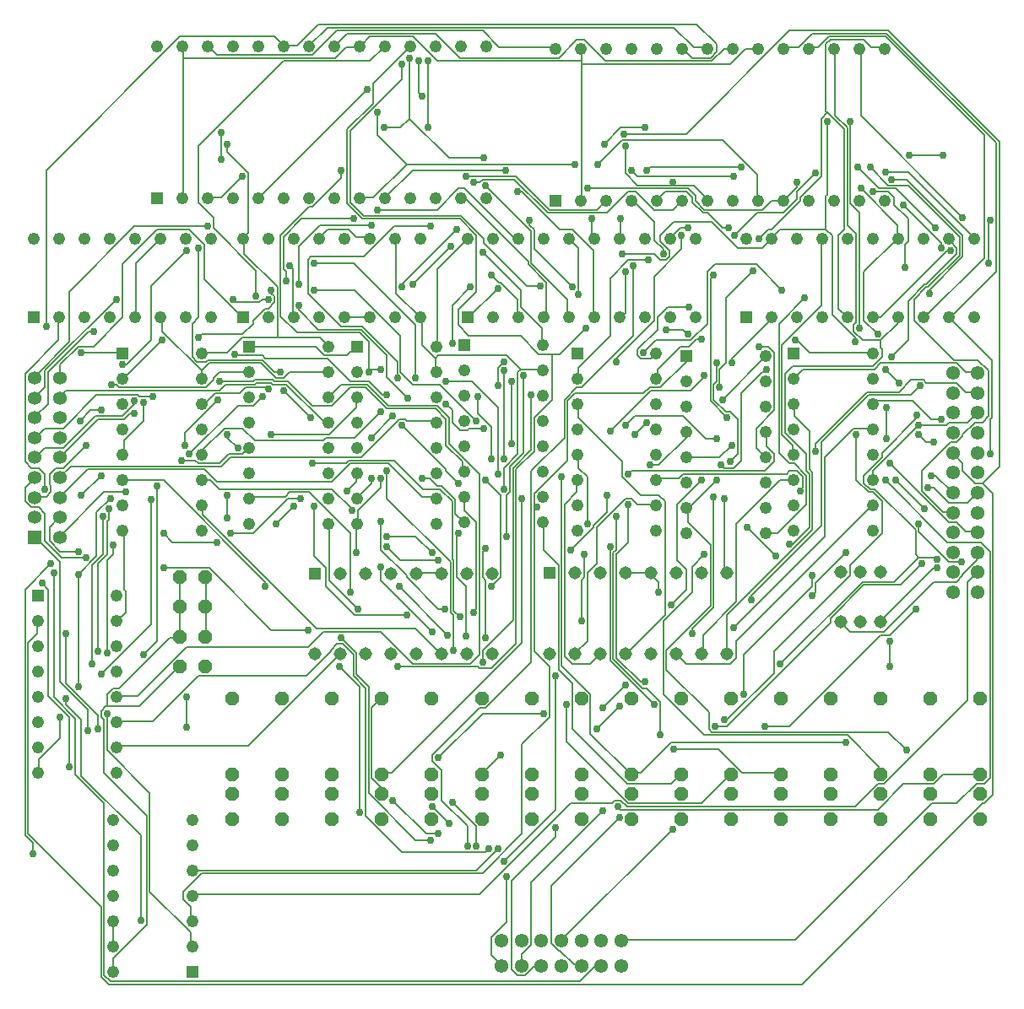
<source format=gbr>
G04 EAGLE Gerber RS-274X export*
G75*
%MOMM*%
%FSLAX34Y34*%
%LPD*%
%INBottom Copper*%
%IPPOS*%
%AMOC8*
5,1,8,0,0,1.08239X$1,22.5*%
G01*
%ADD10R,1.238000X1.238000*%
%ADD11C,1.238000*%
%ADD12R,1.308000X1.308000*%
%ADD13C,1.308000*%
%ADD14R,1.358000X1.358000*%
%ADD15C,1.358000*%
%ADD16C,1.381000*%
%ADD17R,1.216000X1.216000*%
%ADD18C,1.216000*%
%ADD19P,1.429621X8X292.500000*%
%ADD20P,1.429621X8X202.500000*%
%ADD21C,0.152400*%
%ADD22C,0.756400*%


D10*
X675300Y651500D03*
D11*
X675300Y626100D03*
X675300Y600700D03*
X675300Y575300D03*
X675300Y549900D03*
X675300Y524500D03*
X675300Y499100D03*
X675300Y473700D03*
X754700Y473700D03*
X754700Y499100D03*
X754700Y524500D03*
X754700Y549900D03*
X754700Y575300D03*
X754700Y600700D03*
X754700Y626100D03*
X754700Y651500D03*
D10*
X237100Y661500D03*
D11*
X237100Y636100D03*
X237100Y610700D03*
X237100Y585300D03*
X237100Y559900D03*
X237100Y534500D03*
X237100Y509100D03*
X237100Y483700D03*
X316500Y483700D03*
X316500Y509100D03*
X316500Y534500D03*
X316500Y559900D03*
X316500Y585300D03*
X316500Y610700D03*
X316500Y636100D03*
X316500Y661500D03*
D10*
X452280Y662780D03*
D11*
X452280Y637380D03*
X452280Y611980D03*
X452280Y586580D03*
X452280Y561180D03*
X452280Y535780D03*
X452280Y510380D03*
X452280Y484980D03*
X531680Y484980D03*
X531680Y510380D03*
X531680Y535780D03*
X531680Y561180D03*
X531680Y586580D03*
X531680Y611980D03*
X531680Y637380D03*
X531680Y662780D03*
D10*
X345000Y661500D03*
D11*
X345000Y636100D03*
X345000Y610700D03*
X345000Y585300D03*
X345000Y559900D03*
X345000Y534500D03*
X345000Y509100D03*
X345000Y483700D03*
X424400Y483700D03*
X424400Y509100D03*
X424400Y534500D03*
X424400Y559900D03*
X424400Y585300D03*
X424400Y610700D03*
X424400Y636100D03*
X424400Y661500D03*
D10*
X782800Y654700D03*
D11*
X782800Y629300D03*
X782800Y603900D03*
X782800Y578500D03*
X782800Y553100D03*
X782800Y527700D03*
X782800Y502300D03*
X782800Y476900D03*
X862200Y476900D03*
X862200Y502300D03*
X862200Y527700D03*
X862200Y553100D03*
X862200Y578500D03*
X862200Y603900D03*
X862200Y629300D03*
X862200Y654700D03*
D10*
X24700Y411500D03*
D11*
X24700Y386100D03*
X24700Y360700D03*
X24700Y335300D03*
X24700Y309900D03*
X24700Y284500D03*
X24700Y259100D03*
X24700Y233700D03*
X104100Y233700D03*
X104100Y259100D03*
X104100Y284500D03*
X104100Y309900D03*
X104100Y335300D03*
X104100Y360700D03*
X104100Y386100D03*
X104100Y411500D03*
D10*
X565800Y654700D03*
D11*
X565800Y629300D03*
X565800Y603900D03*
X565800Y578500D03*
X565800Y553100D03*
X565800Y527700D03*
X565800Y502300D03*
X565800Y476900D03*
X645200Y476900D03*
X645200Y502300D03*
X645200Y527700D03*
X645200Y553100D03*
X645200Y578500D03*
X645200Y603900D03*
X645200Y629300D03*
X645200Y654700D03*
D10*
X109800Y654700D03*
D11*
X109800Y629300D03*
X109800Y603900D03*
X109800Y578500D03*
X109800Y553100D03*
X109800Y527700D03*
X109800Y502300D03*
X109800Y476900D03*
X189200Y476900D03*
X189200Y502300D03*
X189200Y527700D03*
X189200Y553100D03*
X189200Y578500D03*
X189200Y603900D03*
X189200Y629300D03*
X189200Y654700D03*
D12*
X538100Y433900D03*
D13*
X563500Y433900D03*
X588900Y433900D03*
X614300Y433900D03*
X639700Y433900D03*
X665100Y433900D03*
X690500Y433900D03*
X715900Y433900D03*
X715900Y352900D03*
X690500Y352900D03*
X665100Y352900D03*
X639700Y352900D03*
X614300Y352900D03*
X588900Y352900D03*
X563500Y352900D03*
X538100Y352900D03*
D12*
X302470Y433490D03*
D13*
X327870Y433490D03*
X353270Y433490D03*
X378670Y433490D03*
X404070Y433490D03*
X429470Y433490D03*
X454870Y433490D03*
X480270Y433490D03*
X480270Y352490D03*
X454870Y352490D03*
X429470Y352490D03*
X404070Y352490D03*
X378670Y352490D03*
X353270Y352490D03*
X327870Y352490D03*
X302470Y352490D03*
D14*
X21800Y469800D03*
D15*
X46800Y469800D03*
X21800Y489800D03*
X46800Y489800D03*
X21800Y509800D03*
X46800Y509800D03*
X21800Y529800D03*
X46800Y529800D03*
X21800Y549800D03*
X46800Y549800D03*
X21800Y569800D03*
X46800Y569800D03*
X21800Y589800D03*
X46800Y589800D03*
X21800Y609800D03*
X46800Y609800D03*
X21800Y629800D03*
X46800Y629800D03*
D16*
X967700Y634700D03*
X942700Y634700D03*
X967700Y614700D03*
X942700Y614700D03*
X967700Y594700D03*
X942700Y594700D03*
X967700Y574700D03*
X942700Y574700D03*
X967700Y554700D03*
X942700Y554700D03*
X967700Y534700D03*
X942700Y534700D03*
X967700Y514700D03*
X942700Y514700D03*
X967700Y494700D03*
X942700Y494700D03*
X967700Y474700D03*
X942700Y474700D03*
X967700Y454700D03*
X942700Y454700D03*
X967700Y434700D03*
X942700Y434700D03*
X967700Y414700D03*
X942700Y414700D03*
D17*
X544400Y807900D03*
D18*
X569800Y807900D03*
X595200Y807900D03*
X620600Y807900D03*
X646000Y807900D03*
X671400Y807900D03*
X696800Y807900D03*
X722200Y807900D03*
X747600Y807900D03*
X773000Y807900D03*
X798400Y807900D03*
X823800Y807900D03*
X849200Y807900D03*
X874600Y807900D03*
X874600Y960300D03*
X849200Y960300D03*
X823800Y960300D03*
X798400Y960300D03*
X773000Y960300D03*
X747600Y960300D03*
X722200Y960300D03*
X696800Y960300D03*
X671400Y960300D03*
X646000Y960300D03*
X620600Y960300D03*
X595200Y960300D03*
X569800Y960300D03*
X544400Y960300D03*
D17*
X144400Y810100D03*
D18*
X169800Y810100D03*
X195200Y810100D03*
X220600Y810100D03*
X246000Y810100D03*
X271400Y810100D03*
X296800Y810100D03*
X322200Y810100D03*
X347600Y810100D03*
X373000Y810100D03*
X398400Y810100D03*
X423800Y810100D03*
X449200Y810100D03*
X474600Y810100D03*
X474600Y962500D03*
X449200Y962500D03*
X423800Y962500D03*
X398400Y962500D03*
X373000Y962500D03*
X347600Y962500D03*
X322200Y962500D03*
X296800Y962500D03*
X271400Y962500D03*
X246000Y962500D03*
X220600Y962500D03*
X195200Y962500D03*
X169800Y962500D03*
X144400Y962500D03*
D16*
X610000Y40000D03*
X590000Y40000D03*
X570000Y40000D03*
X550000Y40000D03*
X530000Y40000D03*
X510000Y40000D03*
X490000Y40000D03*
X610000Y65000D03*
X590000Y65000D03*
X570000Y65000D03*
X550000Y65000D03*
X530000Y65000D03*
X510000Y65000D03*
X490000Y65000D03*
D10*
X179700Y33800D03*
D11*
X179700Y59200D03*
X179700Y84600D03*
X179700Y110000D03*
X179700Y135400D03*
X179700Y160800D03*
X179700Y186200D03*
X100300Y186200D03*
X100300Y160800D03*
X100300Y135400D03*
X100300Y110000D03*
X100300Y84600D03*
X100300Y59200D03*
X100300Y33800D03*
D10*
X231100Y690300D03*
D11*
X256500Y690300D03*
X281900Y690300D03*
X307300Y690300D03*
X332700Y690300D03*
X358100Y690300D03*
X383500Y690300D03*
X408900Y690300D03*
X408900Y769700D03*
X383500Y769700D03*
X358100Y769700D03*
X332700Y769700D03*
X307300Y769700D03*
X281900Y769700D03*
X256500Y769700D03*
X231100Y769700D03*
D10*
X21100Y690300D03*
D11*
X46500Y690300D03*
X71900Y690300D03*
X97300Y690300D03*
X122700Y690300D03*
X148100Y690300D03*
X173500Y690300D03*
X198900Y690300D03*
X198900Y769700D03*
X173500Y769700D03*
X148100Y769700D03*
X122700Y769700D03*
X97300Y769700D03*
X71900Y769700D03*
X46500Y769700D03*
X21100Y769700D03*
D10*
X455700Y690300D03*
D11*
X481100Y690300D03*
X506500Y690300D03*
X531900Y690300D03*
X557300Y690300D03*
X582700Y690300D03*
X608100Y690300D03*
X633500Y690300D03*
X658900Y690300D03*
X684300Y690300D03*
X684300Y769700D03*
X658900Y769700D03*
X633500Y769700D03*
X608100Y769700D03*
X582700Y769700D03*
X557300Y769700D03*
X531900Y769700D03*
X506500Y769700D03*
X481100Y769700D03*
X455700Y769700D03*
D10*
X735700Y690300D03*
D11*
X761100Y690300D03*
X786500Y690300D03*
X811900Y690300D03*
X837300Y690300D03*
X862700Y690300D03*
X888100Y690300D03*
X913500Y690300D03*
X938900Y690300D03*
X964300Y690300D03*
X964300Y769700D03*
X938900Y769700D03*
X913500Y769700D03*
X888100Y769700D03*
X862700Y769700D03*
X837300Y769700D03*
X811900Y769700D03*
X786500Y769700D03*
X761100Y769700D03*
X735700Y769700D03*
D13*
X830000Y385000D03*
X850000Y385000D03*
X870000Y385000D03*
X830000Y435000D03*
X850000Y435000D03*
X870000Y435000D03*
D19*
X920000Y212700D03*
X920000Y187300D03*
X870000Y212700D03*
X870000Y187300D03*
X820000Y212700D03*
X820000Y187300D03*
X770000Y212700D03*
X770000Y187300D03*
X720000Y212700D03*
X720000Y187300D03*
X670000Y212700D03*
X670000Y187300D03*
X620000Y212700D03*
X620000Y187300D03*
X570000Y212700D03*
X570000Y187300D03*
X520000Y212700D03*
X520000Y187300D03*
X470000Y212700D03*
X470000Y187300D03*
X420000Y212700D03*
X420000Y187300D03*
X370000Y212700D03*
X370000Y187300D03*
X320000Y212700D03*
X320000Y187300D03*
X270000Y212700D03*
X270000Y187300D03*
X220000Y212700D03*
X220000Y187300D03*
X970000Y212700D03*
X970000Y187300D03*
X920000Y308100D03*
X920000Y231900D03*
X870000Y308100D03*
X870000Y231900D03*
X820000Y308100D03*
X820000Y231900D03*
X770000Y308100D03*
X770000Y231900D03*
X720000Y308100D03*
X720000Y231900D03*
X670000Y308100D03*
X670000Y231900D03*
X620000Y308100D03*
X620000Y231900D03*
X570000Y308100D03*
X570000Y231900D03*
X520000Y308100D03*
X520000Y231900D03*
X470000Y308100D03*
X470000Y231900D03*
X420000Y308100D03*
X420000Y231900D03*
X370000Y308100D03*
X370000Y231900D03*
X320000Y308100D03*
X320000Y231900D03*
X270000Y308100D03*
X270000Y231900D03*
X220000Y308100D03*
X220000Y231900D03*
X970000Y308100D03*
X970000Y231900D03*
D20*
X192700Y340000D03*
X167300Y340000D03*
X192700Y370000D03*
X167300Y370000D03*
X192700Y400000D03*
X167300Y400000D03*
X192700Y430000D03*
X167300Y430000D03*
D21*
X955548Y635508D02*
X966216Y635508D01*
X955548Y635508D02*
X946404Y644652D01*
X870204Y644652D01*
X864108Y638556D01*
X792480Y638556D01*
X783336Y629412D01*
X966216Y635508D02*
X967700Y634700D01*
X783336Y629412D02*
X782800Y629300D01*
X781812Y562356D02*
X781812Y553212D01*
X781812Y562356D02*
X771144Y573024D01*
X771144Y662940D01*
X810768Y702564D01*
X810768Y769620D01*
X782800Y553100D02*
X781812Y553212D01*
X810768Y769620D02*
X811900Y769700D01*
X955548Y615696D02*
X966216Y615696D01*
X955548Y615696D02*
X946404Y624840D01*
X915924Y624840D01*
X912876Y627888D01*
X900684Y627888D01*
X888492Y615696D01*
X856488Y615696D01*
X804672Y563880D01*
X804672Y556260D01*
X966216Y615696D02*
X967700Y614700D01*
D22*
X804672Y556260D03*
D21*
X862584Y536448D02*
X862584Y528828D01*
X862584Y536448D02*
X908304Y582168D01*
X935736Y582168D01*
X938784Y585216D01*
X957072Y585216D01*
X966216Y594360D01*
X862584Y528828D02*
X862200Y527700D01*
X966216Y594360D02*
X967700Y594700D01*
D22*
X908304Y582168D03*
D21*
X920496Y588264D02*
X931164Y588264D01*
X920496Y588264D02*
X902208Y606552D01*
X864108Y606552D01*
X862584Y605028D01*
X862200Y603900D01*
D22*
X931164Y588264D03*
D21*
X566928Y629412D02*
X566928Y640080D01*
X598932Y672084D01*
X598932Y729996D01*
X617220Y748284D01*
X637032Y748284D01*
X850392Y819912D02*
X886968Y783336D01*
X886968Y771144D01*
X566928Y629412D02*
X565800Y629300D01*
X886968Y771144D02*
X888100Y769700D01*
X915924Y565404D02*
X923544Y565404D01*
X915924Y565404D02*
X908304Y573024D01*
X888492Y624840D02*
X874776Y638556D01*
X867156Y673608D02*
X853440Y687324D01*
X853440Y736092D01*
X886968Y769620D01*
X888100Y769700D01*
D22*
X637032Y748284D03*
X850392Y819912D03*
X923544Y565404D03*
X908304Y573024D03*
X888492Y624840D03*
X874776Y638556D03*
X867156Y673608D03*
D21*
X566928Y551688D02*
X566928Y539496D01*
X576072Y530352D01*
X576072Y483108D01*
X598932Y460248D02*
X598932Y345948D01*
X643128Y301752D01*
X769620Y342900D02*
X851916Y425196D01*
X883920Y425196D01*
X908304Y449580D01*
X925068Y449580D01*
X926592Y448056D01*
X566928Y551688D02*
X565800Y553100D01*
X906780Y589788D02*
X906780Y592836D01*
X906780Y589788D02*
X871728Y554736D01*
X871728Y550164D01*
X853440Y531876D01*
X853440Y524256D01*
X859536Y518160D01*
X864108Y518160D01*
X905256Y477012D01*
X905256Y452628D01*
X908304Y449580D01*
D22*
X576072Y483108D03*
X598932Y460248D03*
X643128Y301752D03*
X769620Y342900D03*
X926592Y448056D03*
X906780Y592836D03*
D21*
X667512Y528828D02*
X646176Y528828D01*
X667512Y528828D02*
X672084Y533400D01*
X775716Y533400D01*
X778764Y536448D01*
X786384Y536448D01*
X792480Y530352D01*
X792480Y519684D01*
X789432Y516636D01*
X917448Y519684D02*
X923544Y519684D01*
X938784Y504444D01*
X957072Y504444D01*
X966216Y513588D01*
X646176Y528828D02*
X645200Y527700D01*
X966216Y513588D02*
X967700Y514700D01*
X940308Y766572D02*
X940308Y769620D01*
X940308Y766572D02*
X946404Y760476D01*
X946404Y754380D01*
X915924Y723900D01*
X914400Y723900D01*
X897636Y707136D01*
X897636Y667512D01*
X880872Y650748D01*
X938900Y769700D02*
X940308Y769620D01*
D22*
X789432Y516636D03*
X917448Y519684D03*
X880872Y650748D03*
D21*
X746760Y795528D02*
X723900Y772668D01*
X746760Y795528D02*
X772668Y795528D01*
X786384Y809244D01*
X786384Y816864D01*
X804672Y835152D01*
X874776Y836676D02*
X897636Y836676D01*
X963168Y771144D01*
X964300Y769700D01*
D22*
X723900Y772668D03*
X804672Y835152D03*
X874776Y836676D03*
D21*
X149352Y667512D02*
X111252Y629412D01*
X274320Y726948D02*
X274320Y736092D01*
X271272Y739140D01*
X271272Y771144D01*
X289560Y789432D01*
X341376Y789432D01*
X365760Y798576D02*
X425196Y798576D01*
X446532Y819912D01*
X452628Y819912D01*
X501396Y771144D01*
X505968Y771144D01*
X111252Y629412D02*
X109800Y629300D01*
X505968Y771144D02*
X506500Y769700D01*
X885444Y819912D02*
X925068Y780288D01*
X885444Y819912D02*
X868680Y819912D01*
X847344Y841248D01*
X729996Y841248D02*
X638556Y841248D01*
X635508Y838200D01*
D22*
X149352Y667512D03*
X274320Y726948D03*
X341376Y789432D03*
X365760Y798576D03*
X925068Y780288D03*
X847344Y841248D03*
X729996Y841248D03*
X635508Y838200D03*
D21*
X111252Y566928D02*
X111252Y553212D01*
X111252Y566928D02*
X131064Y586740D01*
X131064Y605028D01*
X286512Y723900D02*
X286512Y762000D01*
X307848Y783336D01*
X359664Y783336D01*
X111252Y553212D02*
X109800Y553100D01*
X918972Y714756D02*
X918972Y717804D01*
X952500Y751332D01*
X952500Y772668D01*
X896112Y829056D01*
X880872Y829056D01*
X722376Y832104D02*
X626364Y832104D01*
X620268Y838200D01*
D22*
X131064Y605028D03*
X286512Y723900D03*
X359664Y783336D03*
X918972Y714756D03*
X880872Y829056D03*
X722376Y832104D03*
X620268Y838200D03*
D21*
X198120Y527304D02*
X190500Y527304D01*
X198120Y527304D02*
X207264Y518160D01*
X320040Y518160D01*
X339852Y498348D01*
X339852Y496824D01*
X374904Y470916D02*
X403860Y470916D01*
X420624Y454152D01*
X495300Y470916D02*
X495300Y512064D01*
X498348Y515112D01*
X498348Y541020D01*
X512064Y554736D01*
X512064Y632460D01*
X566928Y713232D02*
X566928Y760476D01*
X557784Y769620D01*
X190500Y527304D02*
X189200Y527700D01*
X557300Y769700D02*
X557784Y769620D01*
X835152Y454152D02*
X804672Y423672D01*
X804672Y414528D01*
X801624Y411480D01*
X569976Y426720D02*
X569976Y385572D01*
X569976Y426720D02*
X573024Y429768D01*
X573024Y452628D01*
D22*
X339852Y496824D03*
X374904Y470916D03*
X420624Y454152D03*
X495300Y470916D03*
X512064Y632460D03*
X566928Y713232D03*
X835152Y454152D03*
X801624Y411480D03*
X569976Y385572D03*
X573024Y452628D03*
D21*
X193548Y605028D02*
X190500Y605028D01*
X193548Y605028D02*
X202692Y614172D01*
X227076Y614172D01*
X233172Y620268D01*
X254508Y620268D01*
X256032Y618744D01*
X390144Y720852D02*
X390144Y723900D01*
X445008Y778764D01*
X190500Y605028D02*
X189200Y603900D01*
X978408Y745236D02*
X978408Y786384D01*
X979932Y787908D01*
X633984Y880872D02*
X609600Y880872D01*
X592836Y864108D01*
X580644Y789432D02*
X580644Y772668D01*
X582168Y771144D01*
X582700Y769700D01*
D22*
X256032Y618744D03*
X390144Y720852D03*
X445008Y778764D03*
X978408Y745236D03*
X979932Y787908D03*
X633984Y880872D03*
X592836Y864108D03*
X580644Y789432D03*
D21*
X24384Y385572D02*
X24384Y373380D01*
X15240Y364236D01*
X15240Y172212D01*
X88392Y99060D01*
X88392Y28956D01*
X96012Y21336D01*
X790956Y21336D01*
X972312Y202692D01*
X973836Y202692D01*
X982980Y211836D01*
X982980Y513588D01*
X972312Y524256D01*
X964692Y524256D01*
X952500Y536448D01*
X952500Y544068D01*
X943356Y553212D01*
X24700Y386100D02*
X24384Y385572D01*
X942700Y554700D02*
X943356Y553212D01*
X609600Y771144D02*
X609600Y789432D01*
X612648Y874776D02*
X675132Y874776D01*
X778764Y978408D01*
X877824Y978408D01*
X989076Y867156D01*
X989076Y541020D01*
X972312Y524256D01*
X609600Y771144D02*
X608100Y769700D01*
D22*
X609600Y789432D03*
X612648Y874776D03*
D21*
X79248Y441960D02*
X79248Y342900D01*
X79248Y441960D02*
X89916Y452628D01*
X89916Y490728D01*
X109728Y643128D02*
X114300Y643128D01*
X138684Y667512D01*
X138684Y722376D01*
X173736Y757428D01*
X908304Y483108D02*
X908304Y475488D01*
X938784Y445008D01*
X950976Y445008D01*
X932688Y853440D02*
X899160Y853440D01*
D22*
X79248Y342900D03*
X89916Y490728D03*
X109728Y643128D03*
X173736Y757428D03*
X908304Y483108D03*
X950976Y445008D03*
X932688Y853440D03*
X899160Y853440D03*
D21*
X140208Y284988D02*
X105156Y284988D01*
X140208Y284988D02*
X185928Y330708D01*
X294132Y330708D01*
X318516Y355092D01*
X318516Y356616D01*
X324612Y362712D01*
X330708Y362712D01*
X341376Y352044D01*
X341376Y330708D01*
X353568Y318516D01*
X353568Y190500D01*
X390144Y153924D01*
X473964Y153924D01*
X477012Y156972D01*
X754380Y280416D02*
X778764Y280416D01*
X870204Y371856D01*
X879348Y371856D01*
X905256Y397764D01*
X105156Y284988D02*
X104100Y284500D01*
X659892Y771144D02*
X669036Y780288D01*
X676656Y780288D01*
X893064Y803148D02*
X931164Y765048D01*
X931164Y760476D01*
X925068Y531876D02*
X920496Y531876D01*
X925068Y531876D02*
X941832Y515112D01*
X658900Y769700D02*
X659892Y771144D01*
X941832Y515112D02*
X942700Y514700D01*
D22*
X477012Y156972D03*
X754380Y280416D03*
X905256Y397764D03*
X676656Y780288D03*
X893064Y803148D03*
X931164Y760476D03*
X920496Y531876D03*
D21*
X344424Y353568D02*
X329184Y368808D01*
X344424Y353568D02*
X344424Y332232D01*
X356616Y320040D01*
X356616Y213360D01*
X403860Y166116D01*
X419100Y166116D01*
X704088Y280416D02*
X716280Y280416D01*
X819912Y384048D01*
X819912Y388620D01*
X853440Y422148D01*
X890016Y422148D01*
X911352Y443484D01*
X877824Y822960D02*
X859536Y841248D01*
X877824Y822960D02*
X897636Y822960D01*
X949452Y771144D01*
X949452Y752856D01*
X917448Y720852D01*
X915924Y720852D01*
X903732Y708660D01*
X903732Y687324D01*
X943356Y647700D01*
X967740Y647700D01*
X978408Y637032D01*
X978408Y591312D01*
X972312Y585216D01*
X964692Y585216D01*
X952500Y573024D01*
X952500Y571500D01*
X946404Y565404D01*
X940308Y565404D01*
X911352Y536448D01*
X911352Y516636D01*
X932688Y495300D01*
X941832Y495300D01*
X942700Y494700D01*
D22*
X329184Y368808D03*
X419100Y166116D03*
X704088Y280416D03*
X911352Y443484D03*
X859536Y841248D03*
D21*
X690372Y527304D02*
X665988Y502920D01*
X665988Y446532D01*
X675132Y437388D01*
X675132Y417576D01*
X659892Y402336D01*
X608076Y300228D02*
X585216Y277368D01*
X437388Y182880D02*
X420624Y199644D01*
X74676Y275844D02*
X74676Y297180D01*
X47244Y324612D01*
X47244Y445008D01*
X22860Y469392D01*
X21800Y469800D01*
D22*
X690372Y527304D03*
X659892Y402336D03*
X608076Y300228D03*
X585216Y277368D03*
X437388Y182880D03*
X420624Y199644D03*
X74676Y275844D03*
D21*
X414528Y172212D02*
X426720Y172212D01*
X414528Y172212D02*
X381000Y205740D01*
X85344Y277368D02*
X85344Y291084D01*
X53340Y323088D01*
X53340Y373380D01*
D22*
X426720Y172212D03*
X381000Y205740D03*
X85344Y277368D03*
X53340Y373380D03*
D21*
X694944Y568452D02*
X705612Y568452D01*
X694944Y568452D02*
X672084Y591312D01*
X623316Y591312D01*
X614172Y582168D01*
X464820Y586740D02*
X428244Y623316D01*
X400812Y623316D01*
X388620Y635508D01*
X388620Y672084D01*
X342900Y717804D01*
X301752Y717804D01*
X259080Y717804D02*
X259080Y714756D01*
X262128Y711708D01*
X262128Y705612D01*
X256032Y699516D01*
X252984Y699516D01*
X240792Y687324D01*
X240792Y684276D01*
X230124Y673608D01*
X188976Y673608D01*
X185928Y670560D01*
X73152Y562356D02*
X50292Y539496D01*
X42672Y539496D01*
X36576Y533400D01*
X36576Y522732D01*
X38100Y521208D01*
X38100Y515112D01*
X33528Y510540D01*
X22860Y510540D01*
X21800Y509800D01*
D22*
X705612Y568452D03*
X614172Y582168D03*
X464820Y586740D03*
X301752Y717804D03*
X259080Y717804D03*
X185928Y670560D03*
X73152Y562356D03*
D21*
X755904Y560832D02*
X755904Y574548D01*
X755904Y560832D02*
X763524Y553212D01*
X763524Y545592D01*
X754380Y536448D01*
X620268Y536448D01*
X617220Y533400D01*
X595884Y512064D02*
X595884Y495300D01*
X582168Y481584D01*
X582168Y480060D01*
X559308Y457200D01*
X426720Y446532D02*
X388620Y446532D01*
X374904Y460248D01*
X73152Y449580D02*
X48768Y449580D01*
X32004Y466344D01*
X32004Y493776D01*
X25908Y499872D01*
X18288Y499872D01*
X12192Y505968D01*
X12192Y519684D01*
X21336Y528828D01*
X754700Y575300D02*
X755904Y574548D01*
X21800Y529800D02*
X21336Y528828D01*
D22*
X617220Y533400D03*
X595884Y512064D03*
X559308Y457200D03*
X426720Y446532D03*
X374904Y460248D03*
X73152Y449580D03*
D21*
X370332Y612648D02*
X374904Y612648D01*
X370332Y612648D02*
X356616Y626364D01*
X338328Y626364D01*
X315468Y649224D01*
X252984Y649224D01*
X249936Y652272D01*
X224028Y652272D01*
X222504Y653796D01*
X121920Y606552D02*
X121920Y603504D01*
X109728Y591312D01*
X82296Y591312D01*
X50292Y559308D01*
X32004Y559308D01*
X22860Y550164D01*
X21800Y549800D01*
D22*
X374904Y612648D03*
X222504Y653796D03*
X121920Y606552D03*
D21*
X451104Y545592D02*
X451104Y536448D01*
X451104Y545592D02*
X434340Y562356D01*
X434340Y588264D01*
X423672Y598932D01*
X374904Y598932D01*
X353568Y620268D01*
X338328Y620268D01*
X320040Y601980D01*
X300228Y601980D01*
X275844Y626364D01*
X262128Y626364D01*
X260604Y627888D01*
X242316Y627888D01*
X240792Y626364D01*
X207264Y626364D01*
X140208Y611124D02*
X126492Y611124D01*
X124968Y612648D01*
X83820Y612648D01*
X50292Y579120D01*
X32004Y579120D01*
X22860Y569976D01*
X451104Y536448D02*
X452280Y535780D01*
X22860Y569976D02*
X21800Y569800D01*
D22*
X207264Y626364D03*
X140208Y611124D03*
D21*
X492252Y637032D02*
X492252Y548640D01*
X80772Y676656D02*
X76200Y676656D01*
X35052Y635508D01*
X35052Y603504D01*
X22860Y591312D01*
X21800Y589800D01*
D22*
X492252Y548640D03*
X492252Y637032D03*
X80772Y676656D03*
D21*
X457200Y579120D02*
X472440Y579120D01*
X457200Y579120D02*
X455676Y577596D01*
X448056Y577596D01*
X440436Y585216D01*
X440436Y597408D01*
X434340Y603504D01*
X396240Y609600D02*
X374904Y630936D01*
X374904Y652272D01*
X348996Y678180D01*
X306324Y678180D01*
X286512Y697992D01*
X286512Y702564D01*
X256032Y708660D02*
X249936Y708660D01*
X246888Y705612D01*
X224028Y705612D01*
X220980Y708660D01*
X103632Y708660D02*
X32004Y637032D01*
X32004Y620268D01*
X22860Y611124D01*
X21800Y609800D01*
D22*
X472440Y579120D03*
X434340Y603504D03*
X396240Y609600D03*
X286512Y702564D03*
X256032Y708660D03*
X220980Y708660D03*
X103632Y708660D03*
D21*
X344424Y609600D02*
X344424Y600456D01*
X316992Y573024D01*
X259080Y573024D01*
X112776Y515112D02*
X91440Y515112D01*
X47244Y470916D01*
X344424Y609600D02*
X345000Y610700D01*
X47244Y470916D02*
X46800Y469800D01*
D22*
X259080Y573024D03*
X112776Y515112D03*
D21*
X344424Y525780D02*
X344424Y533400D01*
X344424Y525780D02*
X335280Y516636D01*
X65532Y455676D02*
X47244Y455676D01*
X36576Y466344D01*
X36576Y480060D01*
X45720Y489204D01*
X344424Y533400D02*
X345000Y534500D01*
X46800Y489800D02*
X45720Y489204D01*
D22*
X335280Y516636D03*
X65532Y455676D03*
D21*
X409956Y510540D02*
X423672Y510540D01*
X409956Y510540D02*
X376428Y544068D01*
X338328Y544068D01*
X320040Y525780D01*
X204216Y525780D01*
X192024Y537972D01*
X74676Y537972D01*
X47244Y510540D01*
X423672Y510540D02*
X424400Y509100D01*
X47244Y510540D02*
X46800Y509800D01*
X394716Y586740D02*
X423672Y586740D01*
X394716Y586740D02*
X393192Y588264D01*
X387096Y588264D01*
X348996Y550164D01*
X217932Y550164D01*
X208788Y541020D01*
X57912Y541020D01*
X47244Y530352D01*
X423672Y586740D02*
X424400Y585300D01*
X47244Y530352D02*
X46800Y529800D01*
X117348Y594360D02*
X121920Y594360D01*
X117348Y594360D02*
X111252Y588264D01*
X85344Y588264D01*
X47244Y550164D01*
X46800Y549800D01*
D22*
X121920Y594360D03*
D21*
X214884Y512064D02*
X214884Y489204D01*
D22*
X214884Y512064D03*
X214884Y489204D03*
D21*
X275844Y509016D02*
X288036Y509016D01*
X275844Y509016D02*
X240792Y473964D01*
X217932Y473964D01*
X204216Y464820D02*
X160020Y464820D01*
X150876Y473964D01*
D22*
X288036Y509016D03*
X217932Y473964D03*
X204216Y464820D03*
X150876Y473964D03*
D21*
X310896Y586740D02*
X315468Y586740D01*
X310896Y586740D02*
X274320Y623316D01*
X260604Y623316D01*
X259080Y624840D01*
X243840Y624840D01*
X242316Y623316D01*
X213360Y623316D01*
X207264Y617220D01*
X53340Y617220D01*
X47244Y611124D01*
X315468Y586740D02*
X316500Y585300D01*
X47244Y611124D02*
X46800Y609800D01*
X85344Y443484D02*
X85344Y355092D01*
X85344Y443484D02*
X94488Y452628D01*
X94488Y486156D01*
X96012Y487680D01*
X96012Y498348D01*
X99060Y623316D02*
X103632Y623316D01*
X106680Y620268D01*
X193548Y620268D01*
X201168Y627888D01*
X201168Y629412D01*
X207264Y635508D01*
X236220Y635508D01*
X237100Y636100D01*
D22*
X85344Y355092D03*
X96012Y498348D03*
X99060Y623316D03*
D21*
X138684Y382524D02*
X88392Y332232D01*
X138684Y382524D02*
X138684Y507492D01*
X169164Y547116D02*
X182880Y547116D01*
X185928Y544068D01*
X207264Y544068D01*
X216408Y553212D01*
X230124Y553212D01*
X236220Y559308D01*
X237100Y559900D01*
D22*
X88392Y332232D03*
X138684Y507492D03*
X169164Y547116D03*
D21*
X263652Y483108D02*
X281940Y501396D01*
D22*
X263652Y483108D03*
X281940Y501396D03*
D21*
X124968Y310896D02*
X105156Y310896D01*
X124968Y310896D02*
X173736Y359664D01*
X295656Y359664D01*
X310896Y374904D01*
X368808Y374904D01*
X400812Y342900D01*
X458724Y342900D01*
X467868Y352044D01*
X467868Y533400D01*
X437388Y563880D01*
X437388Y589788D01*
X425196Y601980D01*
X376428Y601980D01*
X355092Y623316D01*
X329184Y623316D01*
X316992Y611124D01*
X105156Y310896D02*
X104100Y309900D01*
X316500Y610700D02*
X316992Y611124D01*
X190500Y557784D02*
X190500Y553212D01*
X190500Y557784D02*
X211836Y579120D01*
X230124Y579120D01*
X242316Y566928D01*
X310896Y566928D01*
X313944Y569976D01*
X342900Y569976D01*
X368808Y595884D01*
X190500Y553212D02*
X189200Y553100D01*
D22*
X368808Y595884D03*
D21*
X676656Y550164D02*
X708660Y550164D01*
X720852Y562356D01*
X676656Y550164D02*
X675300Y549900D01*
D22*
X720852Y562356D03*
D21*
X720852Y644652D02*
X720852Y649224D01*
X760476Y688848D01*
X761100Y690300D01*
X932688Y231648D02*
X969264Y231648D01*
X932688Y231648D02*
X923544Y222504D01*
X893064Y222504D01*
X867156Y196596D01*
X609600Y196596D01*
X606552Y199644D01*
X638556Y542544D02*
X647700Y542544D01*
X675132Y569976D01*
X675132Y574548D01*
X969264Y231648D02*
X970000Y231900D01*
X675132Y574548D02*
X675300Y575300D01*
D22*
X720852Y644652D03*
X606552Y199644D03*
X638556Y542544D03*
D21*
X676656Y498348D02*
X676656Y484632D01*
X699516Y461772D01*
X699516Y400812D01*
X655320Y356616D01*
X655320Y336804D01*
X697992Y294132D01*
X697992Y277368D01*
X701040Y274320D01*
X877824Y274320D01*
X896112Y256032D01*
X752856Y635508D02*
X755904Y638556D01*
X752856Y635508D02*
X751332Y635508D01*
X729996Y614172D01*
X729996Y547116D01*
X722376Y539496D01*
X713232Y539496D01*
X710184Y542544D01*
X705612Y527304D02*
X676656Y498348D01*
X675300Y499100D01*
D22*
X896112Y256032D03*
X755904Y638556D03*
X710184Y542544D03*
X705612Y527304D03*
D21*
X755904Y473964D02*
X766572Y473964D01*
X795528Y502920D01*
X795528Y531876D01*
X783336Y544068D01*
X778764Y544068D01*
X768096Y554736D01*
X768096Y684276D01*
X794004Y710184D01*
X755904Y473964D02*
X754700Y473700D01*
X868680Y239268D02*
X868680Y233172D01*
X868680Y239268D02*
X836676Y271272D01*
X693420Y271272D01*
X652272Y312420D01*
X652272Y385572D01*
X681228Y414528D01*
X681228Y440436D01*
X693420Y452628D01*
X868680Y233172D02*
X870000Y231900D01*
D22*
X794004Y710184D03*
X693420Y452628D03*
D21*
X861060Y961644D02*
X873252Y961644D01*
X861060Y961644D02*
X853440Y969264D01*
X819912Y969264D01*
X815340Y964692D01*
X815340Y897636D01*
X816864Y896112D02*
X833628Y879348D01*
X816864Y896112D02*
X815340Y897636D01*
X833628Y879348D02*
X833628Y778764D01*
X827532Y772668D01*
X827532Y699516D01*
X836676Y690372D01*
X874600Y960300D02*
X873252Y961644D01*
X837300Y690300D02*
X836676Y690372D01*
X810768Y890016D02*
X816864Y896112D01*
X810768Y890016D02*
X810768Y832104D01*
X789432Y810768D01*
X789432Y807720D01*
X760476Y778764D01*
X757428Y778764D01*
X748284Y769620D01*
X748284Y661416D02*
X757428Y661416D01*
X763524Y655320D01*
X763524Y597408D01*
X745236Y579120D01*
X745236Y559308D01*
X754380Y550164D01*
X754700Y549900D01*
D22*
X748284Y769620D03*
X748284Y661416D03*
D21*
X850392Y893064D02*
X850392Y960120D01*
X850392Y893064D02*
X952500Y790956D01*
X940308Y757428D02*
X937260Y757428D01*
X870204Y690372D01*
X864108Y690372D01*
X850392Y960120D02*
X849200Y960300D01*
X862700Y690300D02*
X864108Y690372D01*
X640080Y617220D02*
X598932Y576072D01*
X640080Y617220D02*
X679704Y617220D01*
X693420Y630936D01*
X693420Y632460D01*
X731520Y233172D02*
X769620Y233172D01*
X731520Y233172D02*
X707136Y257556D01*
X662940Y257556D01*
X649224Y271272D02*
X649224Y304800D01*
X635508Y318516D01*
X630936Y318516D01*
X601980Y347472D01*
X601980Y454152D01*
X605028Y457200D01*
X605028Y490728D01*
X769620Y233172D02*
X770000Y231900D01*
D22*
X952500Y790956D03*
X940308Y757428D03*
X598932Y576072D03*
X693420Y632460D03*
X662940Y257556D03*
X649224Y271272D03*
X605028Y490728D03*
D21*
X824484Y893064D02*
X824484Y960120D01*
X824484Y893064D02*
X836676Y880872D01*
X836676Y783336D01*
X845820Y774192D01*
X845820Y685800D01*
X842772Y682752D01*
X842772Y676656D01*
X851916Y667512D01*
X870204Y667512D01*
X886968Y684276D01*
X886968Y688848D01*
X824484Y960120D02*
X823800Y960300D01*
X888100Y690300D02*
X886968Y688848D01*
X452628Y509016D02*
X452628Y496824D01*
X464820Y484632D01*
X464820Y397764D01*
X461772Y394716D01*
X554736Y301752D02*
X554736Y265176D01*
X617220Y202692D01*
X690372Y202692D01*
X719328Y231648D01*
X452628Y509016D02*
X452280Y510380D01*
X719328Y231648D02*
X720000Y231900D01*
X870204Y659892D02*
X870204Y667512D01*
X870204Y659892D02*
X871728Y658368D01*
X871728Y650748D01*
X862584Y641604D01*
X781812Y641604D01*
X774192Y633984D01*
X774192Y574548D01*
X795528Y553212D01*
X795528Y536448D01*
X798576Y533400D01*
X798576Y480060D01*
X781812Y463296D01*
X778764Y463296D01*
X801624Y431292D02*
X801624Y420624D01*
X733044Y352044D01*
X733044Y312420D01*
D22*
X461772Y394716D03*
X554736Y301752D03*
X778764Y463296D03*
X801624Y431292D03*
X733044Y312420D03*
D21*
X531876Y457200D02*
X531876Y484632D01*
X531876Y457200D02*
X547116Y441960D01*
X547116Y336804D01*
X560832Y323088D01*
X560832Y277368D01*
X615696Y222504D01*
X659892Y222504D01*
X669036Y231648D01*
X531876Y484632D02*
X531680Y484980D01*
X669036Y231648D02*
X670000Y231900D01*
X798576Y961644D02*
X807720Y961644D01*
X818388Y972312D01*
X874776Y972312D01*
X973836Y873252D01*
X973836Y749808D01*
X914400Y690372D01*
X798400Y960300D02*
X798576Y961644D01*
X913500Y690300D02*
X914400Y690372D01*
X740664Y411480D02*
X740664Y406908D01*
X740664Y411480D02*
X810768Y481584D01*
X810768Y565404D01*
X858012Y612648D01*
X900684Y612648D01*
X909828Y621792D01*
D22*
X740664Y406908D03*
X909828Y621792D03*
D21*
X550164Y530352D02*
X550164Y341376D01*
X579120Y312420D01*
X579120Y272796D01*
X618744Y233172D01*
X620000Y231900D01*
X774192Y961644D02*
X787908Y961644D01*
X801624Y975360D01*
X876300Y975360D01*
X986028Y865632D01*
X986028Y736092D01*
X940308Y690372D01*
X773000Y960300D02*
X774192Y961644D01*
X938900Y690300D02*
X940308Y690372D01*
X629412Y233172D02*
X620268Y233172D01*
X629412Y233172D02*
X659892Y263652D01*
X835152Y263652D01*
X979932Y553212D02*
X979932Y588264D01*
X981456Y589788D01*
X981456Y647700D01*
X940308Y688848D01*
X620268Y233172D02*
X620000Y231900D01*
X940308Y688848D02*
X938900Y690300D01*
D22*
X550164Y530352D03*
X835152Y263652D03*
X979932Y553212D03*
D21*
X440436Y664464D02*
X440436Y702564D01*
X458724Y720852D01*
X470916Y292608D02*
X531876Y292608D01*
X470916Y292608D02*
X426720Y248412D01*
D22*
X440436Y664464D03*
X458724Y720852D03*
X531876Y292608D03*
X426720Y248412D03*
D21*
X487680Y725424D02*
X480060Y733044D01*
X487680Y725424D02*
X489204Y725424D01*
X505968Y708660D01*
X505968Y690372D01*
X506500Y690300D01*
X368808Y486156D02*
X368808Y457200D01*
X394716Y431292D01*
X394716Y429768D01*
X426720Y397764D01*
X432816Y397764D01*
X419100Y781812D02*
X382524Y781812D01*
X352044Y751332D01*
X298704Y751332D01*
X295656Y748284D01*
X295656Y714756D01*
X329184Y681228D01*
X350520Y681228D01*
X385572Y646176D01*
X385572Y629412D01*
X381000Y591312D02*
X359664Y569976D01*
X359664Y528828D02*
X359664Y524256D01*
X345948Y510540D01*
X345000Y509100D01*
D22*
X480060Y733044D03*
X368808Y486156D03*
X432816Y397764D03*
X419100Y781812D03*
X385572Y629412D03*
X381000Y591312D03*
X359664Y569976D03*
X359664Y528828D03*
D21*
X449580Y809244D02*
X454152Y809244D01*
X516636Y746760D01*
X516636Y743712D01*
X534924Y725424D01*
X534924Y691896D01*
X533400Y690372D01*
X449580Y809244D02*
X449200Y810100D01*
X531900Y690300D02*
X533400Y690372D01*
X486156Y640080D02*
X486156Y621792D01*
X486156Y640080D02*
X492252Y646176D01*
X489204Y251460D02*
X470916Y233172D01*
X473964Y368808D02*
X473964Y426720D01*
X470916Y429768D01*
X470916Y455676D01*
X473964Y458724D01*
X470916Y233172D02*
X470000Y231900D01*
D22*
X486156Y621792D03*
X492252Y646176D03*
X489204Y251460D03*
X473964Y368808D03*
X473964Y458724D03*
D21*
X368808Y440436D02*
X368808Y426720D01*
X420624Y374904D01*
X416052Y880872D02*
X416052Y947928D01*
X473964Y822960D02*
X519684Y777240D01*
X519684Y745236D01*
X556260Y708660D01*
X556260Y690372D01*
X557300Y690300D01*
X489204Y429768D02*
X480060Y420624D01*
X489204Y429768D02*
X489204Y512064D01*
X473964Y527304D01*
X499872Y563880D02*
X499872Y626364D01*
D22*
X368808Y440436D03*
X420624Y374904D03*
X416052Y947928D03*
X416052Y880872D03*
X473964Y822960D03*
X480060Y420624D03*
X473964Y527304D03*
X499872Y563880D03*
X499872Y626364D03*
D21*
X397764Y890016D02*
X397764Y950976D01*
X397764Y890016D02*
X437388Y850392D01*
X472440Y850392D01*
X505968Y816864D02*
X510540Y816864D01*
X548640Y778764D01*
X560832Y778764D01*
X582168Y757428D01*
X582168Y690372D01*
X582700Y690300D01*
X356616Y665988D02*
X356616Y638556D01*
X356616Y665988D02*
X347472Y675132D01*
X284988Y675132D01*
X268224Y691896D01*
X268224Y772668D01*
X297180Y801624D01*
X300228Y801624D01*
X329184Y830580D01*
X329184Y838200D01*
X371856Y880872D02*
X388620Y880872D01*
X397764Y890016D01*
X379476Y233172D02*
X370332Y233172D01*
X379476Y233172D02*
X510540Y364236D01*
X510540Y509016D01*
X486156Y533400D02*
X486156Y600456D01*
X460248Y626364D01*
X434340Y626364D01*
X368808Y638556D02*
X356616Y638556D01*
X370332Y233172D02*
X370000Y231900D01*
X356616Y635508D02*
X356616Y638556D01*
D22*
X397764Y950976D03*
X472440Y850392D03*
X505968Y816864D03*
X356616Y635508D03*
X329184Y838200D03*
X371856Y880872D03*
X510540Y509016D03*
X486156Y533400D03*
X434340Y626364D03*
X368808Y638556D03*
D21*
X272796Y510540D02*
X237744Y510540D01*
X272796Y510540D02*
X277368Y515112D01*
X297180Y515112D01*
X338328Y473964D01*
X338328Y414528D01*
X237100Y509100D02*
X237744Y510540D01*
X406908Y915924D02*
X406908Y947928D01*
X406908Y915924D02*
X409956Y912876D01*
X614172Y736092D02*
X614172Y694944D01*
X609600Y690372D01*
X608100Y690300D01*
X225552Y601980D02*
X176784Y553212D01*
X225552Y601980D02*
X240792Y601980D01*
X249936Y611124D01*
X400812Y723900D02*
X438912Y762000D01*
D22*
X338328Y414528D03*
X406908Y947928D03*
X409956Y912876D03*
X614172Y736092D03*
X176784Y553212D03*
X249936Y611124D03*
X400812Y723900D03*
X438912Y762000D03*
D21*
X316992Y483108D02*
X316992Y426720D01*
X345948Y397764D01*
X316992Y483108D02*
X316500Y483700D01*
X361188Y925068D02*
X397764Y961644D01*
X361188Y925068D02*
X361188Y905256D01*
X335280Y879348D01*
X335280Y804672D01*
X350520Y789432D01*
X448056Y789432D01*
X464820Y772668D01*
X464820Y716280D01*
X446532Y697992D01*
X446532Y682752D01*
X457200Y672084D01*
X509016Y672084D01*
X527304Y653796D01*
X541020Y653796D02*
X548640Y653796D01*
X541020Y653796D02*
X527304Y653796D01*
X548640Y653796D02*
X574548Y679704D01*
X397764Y961644D02*
X398400Y962500D01*
X385572Y339852D02*
X466344Y339852D01*
X467868Y338328D01*
X480060Y338328D01*
X504444Y362712D01*
X504444Y537972D01*
X522732Y556260D01*
X522732Y589788D01*
X541020Y608076D01*
X541020Y653796D01*
D22*
X345948Y397764D03*
X574548Y679704D03*
X385572Y339852D03*
D21*
X144780Y365760D02*
X144780Y521208D01*
X144780Y365760D02*
X131064Y352044D01*
X173736Y309372D02*
X173736Y278892D01*
X390144Y929640D02*
X390144Y944880D01*
X390144Y929640D02*
X338328Y877824D01*
X338328Y806196D01*
X352044Y792480D01*
X449580Y792480D01*
X472440Y769620D01*
X472440Y765048D01*
X515112Y722376D01*
X528828Y722376D01*
X172212Y574548D02*
X172212Y562356D01*
X172212Y574548D02*
X205740Y608076D01*
X243840Y711708D02*
X243840Y737616D01*
X201168Y780288D01*
X201168Y790956D01*
X185928Y806196D01*
X185928Y862584D01*
X271272Y947928D01*
X358140Y947928D01*
X371856Y961644D01*
X373000Y962500D01*
D22*
X144780Y521208D03*
X131064Y352044D03*
X173736Y309372D03*
X173736Y278892D03*
X390144Y944880D03*
X528828Y722376D03*
X172212Y562356D03*
X205740Y608076D03*
X243840Y711708D03*
D21*
X487680Y961644D02*
X544068Y961644D01*
X487680Y961644D02*
X470916Y978408D01*
X324612Y978408D01*
X300228Y954024D01*
X204216Y954024D01*
X196596Y961644D01*
X544068Y961644D02*
X544400Y960300D01*
X196596Y961644D02*
X195200Y962500D01*
X798576Y655320D02*
X861060Y655320D01*
X798576Y655320D02*
X786384Y667512D01*
X784860Y667512D01*
X861060Y655320D02*
X862200Y654700D01*
X214884Y655320D02*
X190500Y655320D01*
X214884Y655320D02*
X230124Y670560D01*
X265176Y670560D02*
X307848Y670560D01*
X265176Y670560D02*
X230124Y670560D01*
X307848Y670560D02*
X315468Y662940D01*
X190500Y655320D02*
X189200Y654700D01*
X315468Y662940D02*
X316500Y661500D01*
X231648Y754380D02*
X231648Y769620D01*
X231648Y754380D02*
X265176Y720852D01*
X265176Y670560D01*
X231648Y769620D02*
X231100Y769700D01*
X425196Y739140D02*
X425196Y662940D01*
X425196Y739140D02*
X455676Y769620D01*
X425196Y662940D02*
X424400Y661500D01*
X455676Y769620D02*
X455700Y769700D01*
X530352Y679704D02*
X530352Y662940D01*
X530352Y679704D02*
X509016Y701040D01*
X509016Y717804D01*
X470916Y755904D01*
X530352Y662940D02*
X531680Y662780D01*
X656844Y701040D02*
X678180Y701040D01*
X656844Y701040D02*
X646176Y690372D01*
X646176Y678180D01*
X626364Y658368D01*
X626364Y652272D01*
X629412Y649224D01*
X640080Y649224D01*
X644652Y653796D01*
X645200Y654700D01*
X214884Y856488D02*
X214884Y864108D01*
X214884Y856488D02*
X236220Y835152D01*
X236220Y775716D01*
X231648Y771144D01*
X231100Y769700D01*
X966216Y454152D02*
X966216Y446532D01*
X952500Y432816D01*
X952500Y431292D01*
X946404Y425196D01*
X923544Y425196D01*
X873252Y374904D01*
X839724Y374904D01*
X830580Y384048D01*
X966216Y454152D02*
X967700Y454700D01*
X830580Y384048D02*
X830000Y385000D01*
X638556Y434340D02*
X615696Y434340D01*
X638556Y434340D02*
X639700Y433900D01*
X615696Y434340D02*
X614300Y433900D01*
X428244Y434340D02*
X405384Y434340D01*
X428244Y434340D02*
X429470Y433490D01*
X405384Y434340D02*
X404070Y433490D01*
X167640Y399288D02*
X167640Y370332D01*
X167300Y370000D01*
X167640Y399288D02*
X167300Y400000D01*
X167640Y400812D02*
X167640Y429768D01*
X167640Y400812D02*
X167300Y400000D01*
X167640Y429768D02*
X167300Y430000D01*
X100584Y47244D02*
X100584Y35052D01*
X100584Y47244D02*
X134112Y80772D01*
X134112Y190500D01*
X91440Y233172D01*
X91440Y286512D01*
X88392Y289560D01*
X88392Y295656D01*
X92964Y300228D01*
X94488Y300228D02*
X126492Y300228D01*
X94488Y300228D02*
X92964Y300228D01*
X126492Y300228D02*
X166116Y339852D01*
X100584Y35052D02*
X100300Y33800D01*
X166116Y339852D02*
X167300Y340000D01*
X166116Y368808D02*
X156972Y368808D01*
X106680Y318516D01*
X100584Y318516D01*
X94488Y312420D01*
X94488Y300228D01*
X166116Y368808D02*
X167300Y370000D01*
X647700Y414528D02*
X647700Y425196D01*
X640080Y432816D01*
X639700Y433900D01*
X711708Y608076D02*
X754380Y650748D01*
X713232Y509016D02*
X713232Y435864D01*
X714756Y434340D01*
X754380Y650748D02*
X754700Y651500D01*
X714756Y434340D02*
X715900Y433900D01*
D22*
X784860Y667512D03*
X470916Y755904D03*
X678180Y701040D03*
X214884Y864108D03*
X647700Y414528D03*
X711708Y608076D03*
X713232Y509016D03*
D21*
X100584Y83820D02*
X100584Y59436D01*
X100300Y59200D01*
X100584Y83820D02*
X100300Y84600D01*
X344424Y454152D02*
X344424Y483108D01*
X345000Y483700D01*
X111252Y475488D02*
X111252Y417576D01*
X112776Y416052D01*
X112776Y394716D01*
X105156Y387096D01*
X111252Y475488D02*
X109800Y476900D01*
X105156Y387096D02*
X104100Y386100D01*
X193548Y399288D02*
X193548Y370332D01*
X192700Y370000D01*
X193548Y399288D02*
X192700Y400000D01*
X193548Y400812D02*
X193548Y429768D01*
X192700Y430000D01*
X193548Y400812D02*
X192700Y400000D01*
X25908Y246888D02*
X25908Y234696D01*
X25908Y246888D02*
X47244Y268224D01*
X47244Y289560D01*
X25908Y234696D02*
X24700Y233700D01*
X923544Y438912D02*
X926592Y438912D01*
X923544Y438912D02*
X870204Y385572D01*
X870000Y385000D01*
X690372Y669036D02*
X685800Y669036D01*
X678180Y661416D01*
X669036Y661416D01*
X646176Y638556D01*
X646176Y629412D01*
X645200Y629300D01*
X356616Y771144D02*
X344424Y771144D01*
X336804Y778764D01*
X315468Y778764D01*
X307848Y771144D01*
X356616Y771144D02*
X358100Y769700D01*
X307848Y771144D02*
X307300Y769700D01*
X333756Y690372D02*
X356616Y690372D01*
X358100Y690300D01*
X333756Y690372D02*
X332700Y690300D01*
X423672Y649224D02*
X423672Y637032D01*
X423672Y649224D02*
X409956Y662940D01*
X409956Y688848D01*
X423672Y637032D02*
X424400Y636100D01*
X409956Y688848D02*
X408900Y690300D01*
X509016Y638556D02*
X530352Y638556D01*
X509016Y638556D02*
X495300Y652272D01*
X426720Y652272D01*
X423672Y649224D01*
X530352Y638556D02*
X531680Y637380D01*
X492252Y539496D02*
X492252Y518160D01*
X492252Y539496D02*
X505968Y553212D01*
X505968Y635508D01*
X509016Y638556D01*
X384048Y714756D02*
X384048Y769620D01*
X384048Y714756D02*
X408432Y690372D01*
X384048Y769620D02*
X383500Y769700D01*
X408432Y690372D02*
X408900Y690300D01*
X569976Y809244D02*
X569976Y944880D01*
X569976Y947928D01*
X569976Y960120D01*
X569800Y960300D01*
X569976Y809244D02*
X569800Y807900D01*
X734568Y960120D02*
X746760Y960120D01*
X734568Y960120D02*
X719328Y944880D01*
X569976Y944880D01*
X746760Y960120D02*
X747600Y960300D01*
X188976Y637032D02*
X188976Y629412D01*
X188976Y637032D02*
X149352Y676656D01*
X149352Y688848D01*
X188976Y629412D02*
X189200Y629300D01*
X149352Y688848D02*
X148100Y690300D01*
X170688Y810768D02*
X170688Y950976D01*
X170688Y961644D01*
X169800Y962500D01*
X170688Y810768D02*
X169800Y810100D01*
X333756Y961644D02*
X347472Y961644D01*
X333756Y961644D02*
X323088Y950976D01*
X170688Y950976D01*
X347472Y961644D02*
X347600Y962500D01*
X123444Y745236D02*
X123444Y690372D01*
X123444Y745236D02*
X147828Y769620D01*
X123444Y690372D02*
X122700Y690300D01*
X147828Y769620D02*
X148100Y769700D01*
X425196Y947928D02*
X569976Y947928D01*
X425196Y947928D02*
X400812Y972312D01*
X358140Y972312D01*
X348996Y963168D01*
X347600Y962500D01*
X315468Y635508D02*
X277368Y635508D01*
X271272Y629412D01*
X263652Y629412D01*
X248412Y644652D01*
X196596Y644652D01*
X188976Y637032D01*
X315468Y635508D02*
X316500Y636100D01*
X345948Y496824D02*
X345948Y484632D01*
X345948Y496824D02*
X368808Y519684D01*
X368808Y528828D01*
X409956Y528828D02*
X417576Y528828D01*
X425196Y521208D01*
X429768Y521208D01*
X443484Y507492D01*
X443484Y493776D01*
X452280Y484980D01*
X345948Y484632D02*
X345000Y483700D01*
D22*
X344424Y454152D03*
X47244Y289560D03*
X926592Y438912D03*
X690372Y669036D03*
X492252Y518160D03*
X368808Y528828D03*
X409956Y528828D03*
D21*
X783336Y591312D02*
X783336Y603504D01*
X783336Y591312D02*
X798576Y576072D01*
X798576Y537972D01*
X801624Y534924D01*
X801624Y477012D01*
X716280Y391668D01*
X716280Y353568D01*
X783336Y603504D02*
X782800Y603900D01*
X716280Y353568D02*
X715900Y352900D01*
X769620Y527304D02*
X781812Y527304D01*
X769620Y527304D02*
X725424Y483108D01*
X725424Y405384D01*
X691896Y371856D01*
X691896Y353568D01*
X781812Y527304D02*
X782800Y527700D01*
X691896Y353568D02*
X690500Y352900D01*
X725424Y365760D02*
X861060Y501396D01*
X725424Y365760D02*
X725424Y348996D01*
X719328Y342900D01*
X675132Y342900D01*
X665988Y352044D01*
X861060Y501396D02*
X862200Y502300D01*
X665988Y352044D02*
X665100Y352900D01*
X842772Y579120D02*
X861060Y579120D01*
X842772Y579120D02*
X813816Y550164D01*
X813816Y470916D01*
X722376Y379476D01*
X861060Y579120D02*
X862200Y578500D01*
D22*
X722376Y379476D03*
D21*
X566928Y589788D02*
X566928Y603504D01*
X566928Y589788D02*
X611124Y545592D01*
X611124Y530352D01*
X629412Y512064D01*
X647700Y512064D01*
X653796Y505968D01*
X653796Y391668D01*
X615696Y353568D01*
X566928Y603504D02*
X565800Y603900D01*
X615696Y353568D02*
X614300Y352900D01*
X565404Y515112D02*
X565404Y527304D01*
X565404Y515112D02*
X553212Y502920D01*
X553212Y350520D01*
X560832Y342900D01*
X579120Y342900D01*
X588264Y352044D01*
X565404Y527304D02*
X565800Y527700D01*
X588900Y352900D02*
X588264Y352044D01*
X626364Y502920D02*
X644652Y502920D01*
X626364Y502920D02*
X620268Y509016D01*
X614172Y509016D01*
X585216Y480060D01*
X585216Y443484D01*
X576072Y434340D01*
X576072Y365760D01*
X563880Y353568D01*
X645200Y502300D02*
X644652Y502920D01*
X563880Y353568D02*
X563500Y352900D01*
X214884Y569976D02*
X214884Y573024D01*
X214884Y569976D02*
X225552Y559308D01*
X300228Y544068D02*
X333756Y544068D01*
X336804Y547116D01*
X382524Y547116D01*
X411480Y518160D01*
X428244Y518160D01*
X440436Y505968D01*
X440436Y448056D01*
X441960Y446532D01*
X441960Y396240D01*
X448056Y390144D01*
D22*
X214884Y573024D03*
X225552Y559308D03*
X300228Y544068D03*
X448056Y390144D03*
D21*
X150876Y527304D02*
X111252Y527304D01*
X150876Y527304D02*
X252984Y425196D01*
X252984Y420624D01*
X387096Y420624D02*
X435864Y371856D01*
X111252Y527304D02*
X109800Y527700D01*
D22*
X252984Y420624D03*
X387096Y420624D03*
X435864Y371856D03*
D21*
X190500Y492252D02*
X190500Y501396D01*
X190500Y492252D02*
X304800Y377952D01*
X403860Y377952D01*
X428244Y353568D01*
X190500Y501396D02*
X189200Y502300D01*
X428244Y353568D02*
X429470Y352490D01*
X301752Y451104D02*
X301752Y501396D01*
X301752Y451104D02*
X313944Y438912D01*
X313944Y420624D01*
X342900Y391668D01*
X394716Y391668D01*
D22*
X301752Y501396D03*
X394716Y391668D03*
D21*
X236220Y260604D02*
X105156Y260604D01*
X236220Y260604D02*
X327660Y352044D01*
X105156Y260604D02*
X104100Y259100D01*
X327660Y352044D02*
X327870Y352490D01*
X178308Y73152D02*
X178308Y59436D01*
X178308Y73152D02*
X137160Y114300D01*
X137160Y213360D01*
X94488Y256032D01*
X94488Y292608D01*
X94488Y353568D02*
X94488Y446532D01*
X100584Y452628D01*
X100584Y461772D01*
X68580Y512064D02*
X88392Y531876D01*
X88392Y597408D02*
X77724Y597408D01*
X67056Y586740D01*
X178308Y59436D02*
X179700Y59200D01*
X230124Y690372D02*
X192024Y728472D01*
X192024Y763524D01*
X176784Y778764D01*
X144780Y778764D01*
X109728Y743712D01*
X109728Y690372D01*
X80772Y661416D01*
X65532Y661416D01*
X47244Y643128D01*
X47244Y630936D01*
X230124Y690372D02*
X231100Y690300D01*
X47244Y630936D02*
X46800Y629800D01*
D22*
X94488Y292608D03*
X94488Y353568D03*
X100584Y461772D03*
X68580Y512064D03*
X88392Y531876D03*
X88392Y597408D03*
X67056Y586740D03*
D21*
X83820Y451104D02*
X65532Y432816D01*
X83820Y451104D02*
X83820Y495300D01*
X97536Y509016D01*
X109728Y655320D02*
X68580Y655320D01*
X109728Y655320D02*
X109800Y654700D01*
X632460Y655320D02*
X644652Y667512D01*
X679704Y667512D01*
X696468Y684276D01*
X696468Y736092D01*
X704088Y743712D01*
X745236Y743712D01*
X771144Y717804D01*
X544068Y330708D02*
X544068Y196596D01*
X492252Y144780D01*
X495300Y129540D02*
X495300Y83820D01*
X480060Y68580D01*
X480060Y50292D01*
X489204Y41148D01*
X490000Y40000D01*
X65532Y320040D02*
X65532Y432816D01*
X53340Y307848D02*
X53340Y301752D01*
X68580Y286512D01*
X68580Y230124D01*
X128016Y170688D01*
X128016Y85344D01*
D22*
X65532Y432816D03*
X97536Y509016D03*
X68580Y655320D03*
X632460Y655320D03*
X771144Y717804D03*
X544068Y330708D03*
X492252Y144780D03*
X495300Y129540D03*
X65532Y320040D03*
X53340Y307848D03*
X128016Y85344D03*
D21*
X760476Y807720D02*
X772668Y807720D01*
X760476Y807720D02*
X751332Y798576D01*
X693420Y798576D01*
X684276Y807720D01*
X684276Y812292D01*
X676656Y819912D01*
X576072Y819912D01*
X493776Y838200D02*
X400812Y838200D01*
X373380Y810768D01*
X772668Y807720D02*
X773000Y807900D01*
X373380Y810768D02*
X373000Y810100D01*
X879348Y365760D02*
X879348Y339852D01*
X914400Y498348D02*
X885444Y527304D01*
X876300Y568452D02*
X876300Y600456D01*
X894588Y740664D02*
X894588Y763524D01*
X897636Y766572D01*
X897636Y789432D01*
X883920Y803148D01*
X883920Y810768D01*
X877824Y816864D01*
X862584Y816864D01*
X786384Y821436D02*
X786384Y826008D01*
X786384Y821436D02*
X774192Y809244D01*
X773000Y807900D01*
D22*
X576072Y819912D03*
X493776Y838200D03*
X879348Y339852D03*
X879348Y365760D03*
X914400Y498348D03*
X885444Y527304D03*
X876300Y568452D03*
X876300Y600456D03*
X894588Y740664D03*
X862584Y816864D03*
X786384Y826008D03*
D21*
X361188Y810768D02*
X348996Y810768D01*
X361188Y810768D02*
X394716Y844296D01*
X563880Y844296D01*
X586740Y844296D02*
X611124Y868680D01*
X711708Y868680D01*
X746760Y833628D01*
X746760Y809244D01*
X348996Y810768D02*
X347600Y810100D01*
X746760Y809244D02*
X747600Y807900D01*
X589788Y39624D02*
X583692Y39624D01*
X568452Y24384D01*
X97536Y24384D01*
X91440Y30480D01*
X91440Y202692D01*
X62484Y231648D01*
X62484Y288036D01*
X41148Y309372D01*
X41148Y434340D01*
X365760Y873252D02*
X365760Y896112D01*
X365760Y873252D02*
X394716Y844296D01*
X590000Y40000D02*
X589788Y39624D01*
D22*
X563880Y844296D03*
X586740Y844296D03*
X41148Y434340D03*
X365760Y896112D03*
D21*
X562356Y41148D02*
X569976Y41148D01*
X562356Y41148D02*
X548640Y54864D01*
X547116Y54864D01*
X539496Y62484D01*
X539496Y120396D01*
X608076Y188976D01*
X629412Y324612D02*
X633984Y324612D01*
X629412Y324612D02*
X605028Y348996D01*
X605028Y452628D01*
X617220Y464820D01*
X617220Y502920D01*
X623316Y573024D02*
X635508Y585216D01*
X569976Y41148D02*
X570000Y40000D01*
D22*
X608076Y188976D03*
X633984Y324612D03*
X617220Y502920D03*
X623316Y573024D03*
X635508Y585216D03*
D21*
X614172Y835152D02*
X614172Y862584D01*
X614172Y835152D02*
X626364Y822960D01*
X661416Y822960D02*
X682752Y822960D01*
X661416Y822960D02*
X626364Y822960D01*
X682752Y822960D02*
X696468Y809244D01*
X696800Y807900D01*
X455676Y179832D02*
X455676Y160020D01*
X455676Y179832D02*
X429768Y205740D01*
X429768Y236220D01*
X420624Y245364D01*
X420624Y251460D01*
X467868Y298704D01*
X473964Y298704D01*
X519684Y344424D01*
X519684Y536448D01*
X553212Y569976D01*
X553212Y608076D01*
X565404Y620268D01*
X569976Y620268D01*
X621792Y672084D01*
X621792Y742188D01*
X661416Y822960D02*
X661416Y826008D01*
D22*
X614172Y862584D03*
X455676Y160020D03*
X621792Y742188D03*
X661416Y826008D03*
D21*
X467868Y826008D02*
X461772Y826008D01*
X467868Y826008D02*
X470916Y829056D01*
X502920Y829056D01*
X536448Y795528D01*
X595884Y795528D01*
X617220Y816864D01*
X624840Y816864D01*
X643128Y798576D01*
X661416Y798576D01*
X670560Y807720D01*
X671400Y807900D01*
X528828Y39624D02*
X522732Y39624D01*
X513588Y30480D01*
X505968Y30480D01*
X499872Y36576D01*
X499872Y124968D01*
X544068Y169164D01*
X544068Y178308D01*
X470916Y344424D02*
X470916Y356616D01*
X501396Y387096D01*
X501396Y539496D01*
X519684Y557784D01*
X519684Y612648D01*
X605028Y646176D02*
X605028Y649224D01*
X643128Y687324D01*
X643128Y731520D01*
X670560Y758952D01*
X670560Y772668D01*
X530000Y40000D02*
X528828Y39624D01*
D22*
X461772Y826008D03*
X544068Y178308D03*
X470916Y344424D03*
X519684Y612648D03*
X605028Y646176D03*
X670560Y772668D03*
D21*
X355092Y918972D02*
X246888Y810768D01*
X246000Y810100D01*
X510540Y51816D02*
X510540Y41148D01*
X510540Y51816D02*
X519684Y60960D01*
X519684Y123444D01*
X591312Y195072D01*
X591312Y298704D02*
X614172Y321564D01*
X681228Y373380D02*
X681228Y377952D01*
X702564Y399288D01*
X702564Y510540D01*
X708660Y620268D02*
X708660Y638556D01*
X714756Y644652D01*
X714756Y710184D01*
X742188Y737616D01*
X717804Y780288D02*
X711708Y780288D01*
X696468Y795528D01*
X691896Y795528D01*
X681228Y806196D01*
X681228Y810768D01*
X675132Y816864D01*
X653796Y816864D01*
X646176Y809244D01*
X510540Y41148D02*
X510000Y40000D01*
X646000Y807900D02*
X646176Y809244D01*
D22*
X355092Y918972D03*
X591312Y195072D03*
X591312Y298704D03*
X614172Y321564D03*
X681228Y373380D03*
X702564Y510540D03*
X708660Y620268D03*
X742188Y737616D03*
X717804Y780288D03*
D21*
X784860Y65532D02*
X611124Y65532D01*
X784860Y65532D02*
X922020Y202692D01*
X946404Y202692D01*
X966216Y222504D01*
X973836Y222504D01*
X979932Y228600D01*
X979932Y455676D01*
X970788Y464820D01*
X937260Y464820D01*
X874776Y527304D01*
X716280Y589788D02*
X699516Y606552D01*
X699516Y729996D01*
X702564Y733044D01*
X652272Y754380D02*
X652272Y758952D01*
X643128Y768096D01*
X643128Y786384D01*
X621792Y807720D01*
X611124Y65532D02*
X610000Y65000D01*
X621792Y807720D02*
X620600Y807900D01*
D22*
X874776Y527304D03*
X716280Y589788D03*
X702564Y733044D03*
X652272Y754380D03*
D21*
X208788Y810768D02*
X196596Y810768D01*
X208788Y810768D02*
X230124Y832104D01*
X454152Y832104D02*
X504444Y832104D01*
X537972Y798576D01*
X585216Y798576D01*
X594360Y807720D01*
X196596Y810768D02*
X195200Y810100D01*
X594360Y807720D02*
X595200Y807900D01*
X464820Y179832D02*
X464820Y160020D01*
X464820Y179832D02*
X440436Y204216D01*
X441960Y356616D02*
X441960Y391668D01*
X438912Y394716D01*
X438912Y445008D01*
X374904Y509016D01*
X374904Y536448D01*
X298704Y589788D02*
X271272Y617220D01*
X268224Y635508D02*
X262128Y635508D01*
X249936Y647700D01*
X195072Y647700D01*
X193548Y646176D01*
X184404Y646176D01*
X179832Y650748D01*
X179832Y684276D01*
X185928Y690372D01*
X185928Y760476D01*
D22*
X230124Y832104D03*
X454152Y832104D03*
X464820Y160020D03*
X440436Y204216D03*
X441960Y356616D03*
X374904Y536448D03*
X298704Y589788D03*
X271272Y617220D03*
X268224Y635508D03*
X185928Y760476D03*
D21*
X347472Y320040D02*
X347472Y193548D01*
X347472Y320040D02*
X327660Y339852D01*
X295656Y376428D02*
X259080Y376428D01*
X196596Y438912D01*
X150876Y438912D01*
D22*
X347472Y193548D03*
X327660Y339852D03*
X295656Y376428D03*
X150876Y438912D03*
D21*
X550164Y65532D02*
X661416Y176784D01*
X713232Y286512D02*
X716280Y286512D01*
X763524Y333756D01*
X763524Y355092D01*
X839724Y431292D01*
X839724Y441960D01*
X871728Y473964D01*
X871728Y505968D01*
X862584Y515112D01*
X858012Y515112D01*
X845820Y527304D01*
X845820Y573024D01*
X848868Y679704D02*
X848868Y795528D01*
X839724Y804672D01*
X839724Y886968D01*
X550164Y65532D02*
X550000Y65000D01*
D22*
X661416Y176784D03*
X713232Y286512D03*
X845820Y573024D03*
X848868Y679704D03*
X839724Y886968D03*
D21*
X720852Y960120D02*
X713232Y960120D01*
X701040Y947928D01*
X594360Y947928D01*
X573024Y969264D01*
X565404Y969264D01*
X547116Y950976D01*
X448056Y950976D01*
X423672Y975360D01*
X335280Y975360D01*
X323088Y963168D01*
X720852Y960120D02*
X722200Y960300D01*
X323088Y963168D02*
X322200Y962500D01*
X454152Y420624D02*
X454152Y370332D01*
X454152Y420624D02*
X445008Y429768D01*
X445008Y472440D01*
X446532Y473964D01*
X446532Y524256D02*
X434340Y536448D01*
X434340Y537972D01*
X390144Y582168D01*
X403860Y629412D02*
X403860Y682752D01*
X341376Y745236D01*
X301752Y745236D01*
X208788Y848868D02*
X208788Y876300D01*
D22*
X454152Y370332D03*
X446532Y473964D03*
X446532Y524256D03*
X390144Y582168D03*
X403860Y629412D03*
X301752Y745236D03*
X208788Y848868D03*
X208788Y876300D03*
D21*
X272796Y963168D02*
X284988Y963168D01*
X306324Y984504D01*
X685800Y984504D01*
X705612Y964692D01*
X705612Y957072D01*
X699516Y950976D01*
X681228Y950976D01*
X672084Y960120D01*
X272796Y963168D02*
X271400Y962500D01*
X671400Y960300D02*
X672084Y960120D01*
X19812Y163068D02*
X19812Y152400D01*
X19812Y163068D02*
X12192Y170688D01*
X12192Y417576D01*
X38100Y443484D01*
X33528Y681228D02*
X33528Y838200D01*
X167640Y972312D01*
X262128Y972312D01*
X271272Y963168D01*
X271400Y962500D01*
D22*
X19812Y152400D03*
X38100Y443484D03*
X33528Y681228D03*
D21*
X237744Y661416D02*
X303276Y661416D01*
X312420Y652272D01*
X335280Y652272D01*
X344424Y661416D01*
X237744Y661416D02*
X237100Y661500D01*
X344424Y661416D02*
X345000Y661500D01*
X178308Y99060D02*
X178308Y85344D01*
X178308Y99060D02*
X170688Y106680D01*
X170688Y114300D01*
X188976Y132588D01*
X470916Y132588D01*
X510540Y172212D01*
X510540Y262128D01*
X537972Y289560D01*
X537972Y339852D01*
X522732Y355092D01*
X522732Y499872D02*
X522732Y513588D01*
X522732Y499872D02*
X522732Y355092D01*
X522732Y513588D02*
X556260Y547116D01*
X556260Y606552D01*
X563880Y614172D01*
X632460Y614172D01*
X638556Y620268D01*
X649224Y620268D01*
X675132Y646176D01*
X675132Y650748D01*
X179700Y84600D02*
X178308Y85344D01*
X675132Y650748D02*
X675300Y651500D01*
X466344Y611124D02*
X466344Y594360D01*
X480060Y580644D01*
X480060Y548640D01*
X522732Y499872D02*
X525780Y499872D01*
D22*
X466344Y611124D03*
X480060Y548640D03*
X525780Y499872D03*
D21*
X682752Y961644D02*
X696468Y961644D01*
X682752Y961644D02*
X662940Y981456D01*
X315468Y981456D01*
X297180Y963168D01*
X696468Y961644D02*
X696800Y960300D01*
X297180Y963168D02*
X296800Y962500D01*
X486156Y719328D02*
X457200Y690372D01*
X455700Y690300D01*
X955548Y475488D02*
X966216Y475488D01*
X955548Y475488D02*
X946404Y484632D01*
X938784Y484632D01*
X879348Y544068D01*
X844296Y665988D02*
X844296Y670560D01*
X821436Y693420D01*
X821436Y772668D01*
X815340Y778764D01*
X769620Y778764D01*
X762000Y771144D01*
X966216Y475488D02*
X967700Y474700D01*
X761100Y769700D02*
X762000Y771144D01*
X643128Y754380D02*
X611124Y754380D01*
X643128Y754380D02*
X649224Y748284D01*
X655320Y748284D01*
X658368Y751332D01*
X658368Y757428D01*
X649224Y766572D01*
X649224Y772668D01*
X662940Y786384D01*
X701040Y786384D01*
X726948Y760476D01*
X751332Y760476D01*
X760476Y769620D01*
X761100Y769700D01*
X816864Y813816D02*
X816864Y886968D01*
X816864Y813816D02*
X815340Y812292D01*
X815340Y778764D01*
D22*
X486156Y719328D03*
X879348Y544068D03*
X844296Y665988D03*
X611124Y754380D03*
X816864Y886968D03*
D21*
X45720Y688848D02*
X45720Y667512D01*
X12192Y633984D01*
X12192Y545592D01*
X18288Y539496D01*
X25908Y539496D01*
X32004Y533400D01*
X32004Y518160D01*
X28956Y423672D02*
X35052Y417576D01*
X35052Y310896D01*
X56388Y289560D01*
X56388Y239268D01*
X45720Y688848D02*
X46500Y690300D01*
D22*
X32004Y518160D03*
X28956Y423672D03*
X56388Y239268D03*
D21*
X179832Y135636D02*
X464820Y135636D01*
X486156Y156972D01*
X179832Y135636D02*
X179700Y135400D01*
D22*
X486156Y156972D03*
D21*
X467868Y111252D02*
X179832Y111252D01*
X467868Y111252D02*
X559308Y202692D01*
X600456Y202692D01*
X603504Y205740D01*
X609600Y205740D01*
X615696Y199644D01*
X844296Y199644D01*
X867156Y222504D01*
X873252Y222504D01*
X957072Y306324D01*
X957072Y425196D01*
X966216Y434340D01*
X179832Y111252D02*
X179700Y110000D01*
X966216Y434340D02*
X967700Y434700D01*
X280416Y690372D02*
X280416Y739140D01*
X277368Y742188D01*
X195072Y781812D02*
X121920Y781812D01*
X56388Y716280D01*
X56388Y665988D01*
X21336Y630936D01*
X280416Y690372D02*
X281900Y690300D01*
X21800Y629800D02*
X21336Y630936D01*
D22*
X277368Y742188D03*
X195072Y781812D03*
D21*
X518160Y783336D02*
X518160Y787908D01*
X518160Y783336D02*
X522732Y778764D01*
X522732Y758952D01*
X560832Y720852D01*
X655320Y678180D02*
X672084Y678180D01*
X676656Y673608D01*
X705612Y644652D02*
X705612Y626364D01*
X702564Y623316D01*
X702564Y608076D01*
X714756Y595884D01*
X719328Y595884D01*
X726948Y588264D01*
X726948Y553212D01*
X719328Y545592D01*
X736092Y480060D02*
X765048Y451104D01*
D22*
X518160Y787908D03*
X560832Y720852D03*
X655320Y678180D03*
X676656Y673608D03*
X705612Y644652D03*
X719328Y545592D03*
X736092Y480060D03*
X765048Y451104D03*
D21*
X368808Y219456D02*
X368808Y213360D01*
X368808Y219456D02*
X359664Y228600D01*
X359664Y298704D01*
X368808Y307848D01*
X368808Y213360D02*
X370000Y212700D01*
X368808Y307848D02*
X370000Y308100D01*
M02*

</source>
